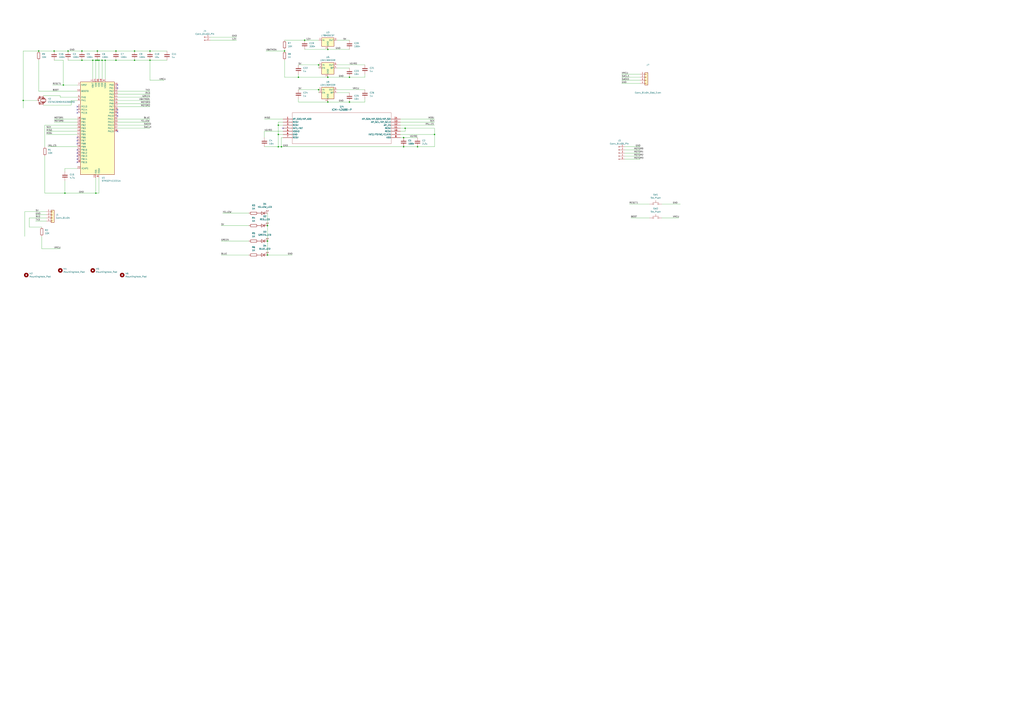
<source format=kicad_sch>
(kicad_sch (version 20231120) (generator "eeschema") (generator_version "8.0")
  (paper "A1")
  (lib_symbols
    (symbol "Conn_01x02_Pin_1" (pin_names (offset 1.016) hide)
      (property "Reference" "J4" (at 0.635 5.08 0))
      (property "Value" "Conn_01x02_Pin" (at 0.635 2.54 0))
      (symbol "Conn_01x02_Pin_1_1_1"
        (polyline (pts (xy 1.27 -2.54) (xy 0.8636 -2.54)) (stroke (width 0.1524)))
        (polyline (pts (xy 1.27 0) (xy 0.8636 0)) (stroke (width 0.1524)))
        (rectangle (start 0.8636 -2.413) (end 0 -2.667) (stroke (width 0.1524)) (fill (type outline)))
        (rectangle (start 0.8636 0.127) (end 0 -0.127) (stroke (width 0.1524)) (fill (type outline)))
        (pin power_out line (at 5.08 0 180) (length 3.81) (name "Pin_1") (number "1"))
        (pin power_out line (at 5.08 -2.54 180) (length 3.81) (name "Pin_2") (number "2"))
      )
    )
    (symbol "Connector:Conn_01x05_Pin" (pin_names (offset 1.016) hide)
      (property "Reference" "J" (at 0 7.62 0))
      (property "Value" "Conn_01x05_Pin" (at 0 -7.62 0))
      (symbol "Conn_01x05_Pin_1_1"
        (polyline (pts (xy 1.27 -5.08) (xy 0.8636 -5.08)) (stroke (width 0.1524)))
        (polyline (pts (xy 1.27 -2.54) (xy 0.8636 -2.54)) (stroke (width 0.1524)))
        (polyline (pts (xy 1.27 0) (xy 0.8636 0)) (stroke (width 0.1524)))
        (polyline (pts (xy 1.27 2.54) (xy 0.8636 2.54)) (stroke (width 0.1524)))
        (polyline (pts (xy 1.27 5.08) (xy 0.8636 5.08)) (stroke (width 0.1524)))
        (rectangle (start 0.8636 -4.953) (end 0 -5.207) (stroke (width 0.1524)) (fill (type outline)))
        (rectangle (start 0.8636 -2.413) (end 0 -2.667) (stroke (width 0.1524)) (fill (type outline)))
        (rectangle (start 0.8636 0.127) (end 0 -0.127) (stroke (width 0.1524)) (fill (type outline)))
        (rectangle (start 0.8636 2.667) (end 0 2.413) (stroke (width 0.1524)) (fill (type outline)))
        (rectangle (start 0.8636 5.207) (end 0 4.953) (stroke (width 0.1524)) (fill (type outline)))
        (pin passive line (at 5.08 5.08 180) (length 3.81) (name "Pin_1") (number "1"))
        (pin passive line (at 5.08 2.54 180) (length 3.81) (name "Pin_2") (number "2"))
        (pin passive line (at 5.08 0 180) (length 3.81) (name "Pin_3") (number "3"))
        (pin passive line (at 5.08 -2.54 180) (length 3.81) (name "Pin_4") (number "4"))
        (pin passive line (at 5.08 -5.08 180) (length 3.81) (name "Pin_5") (number "5"))
      )
    )
    (symbol "Connector_Generic:Conn_01x04" (pin_names (offset 1.016) hide)
      (property "Reference" "J" (at 0 5.08 0))
      (property "Value" "Conn_01x04" (at 0 -7.62 0))
      (symbol "Conn_01x04_1_1"
        (rectangle (start -1.27 -4.953) (end 0 -5.207) (stroke (width 0.1524)))
        (rectangle (start -1.27 -2.413) (end 0 -2.667) (stroke (width 0.1524)))
        (rectangle (start -1.27 0.127) (end 0 -0.127) (stroke (width 0.1524)))
        (rectangle (start -1.27 2.667) (end 0 2.413) (stroke (width 0.1524)))
        (rectangle (start -1.27 3.81) (end 1.27 -6.35) (stroke (width 0.254)) (fill (type background)))
        (pin passive line (at -5.08 2.54 0) (length 3.81) (name "Pin_1") (number "1"))
        (pin passive line (at -5.08 0 0) (length 3.81) (name "Pin_2") (number "2"))
        (pin passive line (at -5.08 -2.54 0) (length 3.81) (name "Pin_3") (number "3"))
        (pin passive line (at -5.08 -5.08 0) (length 3.81) (name "Pin_4") (number "4"))
      )
    )
    (symbol "Device:C" (pin_numbers hide) (pin_names (offset 0.254))
      (property "Reference" "C" (at 0.635 2.54 0))
      (property "Value" "C" (at 0.635 -2.54 0))
      (symbol "C_0_1"
        (polyline (pts (xy -2.032 -0.762) (xy 2.032 -0.762)) (stroke (width 0.508)))
        (polyline (pts (xy -2.032 0.762) (xy 2.032 0.762)) (stroke (width 0.508)))
      )
      (symbol "C_1_1"
        (pin passive line (at 0 3.81 270) (length 2.794) (name "~") (number "1"))
        (pin passive line (at 0 -3.81 90) (length 2.794) (name "~") (number "2"))
      )
    )
    (symbol "Device:LED" (pin_numbers hide) (pin_names (offset 1.016) hide)
      (property "Reference" "D" (at 0 2.54 0))
      (property "Value" "LED" (at 0 -2.54 0))
      (symbol "LED_0_1"
        (polyline (pts (xy -1.27 -1.27) (xy -1.27 1.27)) (stroke (width 0.254)))
        (polyline (pts (xy -1.27 0) (xy 1.27 0)))
        (polyline (pts (xy 1.27 -1.27) (xy 1.27 1.27) (xy -1.27 0) (xy 1.27 -1.27)) (stroke (width 0.254)))
        (polyline (pts (xy -3.048 -0.762) (xy -4.572 -2.286) (xy -3.81 -2.286) (xy -4.572 -2.286) (xy -4.572 -1.524)))
        (polyline (pts (xy -1.778 -0.762) (xy -3.302 -2.286) (xy -2.54 -2.286) (xy -3.302 -2.286) (xy -3.302 -1.524)))
      )
      (symbol "LED_1_1"
        (pin passive line (at -3.81 0 0) (length 2.54) (name "K") (number "1"))
        (pin passive line (at 3.81 0 180) (length 2.54) (name "A") (number "2"))
      )
    )
    (symbol "Device:R" (pin_numbers hide) (pin_names (offset 0))
      (property "Reference" "R" (at 2.032 0 90))
      (property "Value" "R" (at 0 0 90))
      (symbol "R_0_1"
        (rectangle (start -1.016 -2.54) (end 1.016 2.54) (stroke (width 0.254)))
      )
      (symbol "R_1_1"
        (pin passive line (at 0 3.81 270) (length 1.27) (name "~") (number "1"))
        (pin passive line (at 0 -3.81 90) (length 1.27) (name "~") (number "2"))
      )
    )
    (symbol "Device:Resonator" (pin_names (offset 1.016) hide)
      (property "Reference" "Y" (at 0 5.715 0))
      (property "Value" "Resonator" (at 0 3.81 0))
      (symbol "Resonator_0_1"
        (rectangle (start -3.429 -3.175) (end -1.397 -3.429) (fill (type outline)))
        (rectangle (start -3.429 -2.413) (end -1.397 -2.667) (fill (type outline)))
        (circle (center -2.413 0) (radius 0.254) (fill (type outline)))
        (rectangle (start -1.016 2.032) (end 1.016 -2.032) (stroke (width 0.3048)))
        (circle (center 0 -3.81) (radius 0.254) (fill (type outline)))
        (polyline (pts (xy -2.413 -2.413) (xy -2.413 0)))
        (polyline (pts (xy -1.905 0) (xy -3.175 0)))
        (polyline (pts (xy -1.778 -1.27) (xy -1.778 1.27)) (stroke (width 0.508)))
        (polyline (pts (xy 1.778 -1.27) (xy 1.778 1.27)) (stroke (width 0.508)))
        (polyline (pts (xy 1.905 0) (xy 2.54 0)))
        (polyline (pts (xy 2.413 0) (xy 2.413 -2.54)))
        (polyline (pts (xy 2.413 -3.302) (xy 2.413 -3.81) (xy -2.413 -3.81) (xy -2.413 -3.302)))
        (rectangle (start 1.397 -3.175) (end 3.429 -3.429) (fill (type outline)))
        (rectangle (start 1.397 -2.413) (end 3.429 -2.667) (fill (type outline)))
        (circle (center 2.413 0) (radius 0.254) (fill (type outline)))
      )
      (symbol "Resonator_1_1"
        (pin passive line (at -3.81 0 0) (length 1.27) (name "1") (number "1"))
        (pin passive line (at 0 -5.08 90) (length 1.27) (name "2") (number "2"))
        (pin passive line (at 3.81 0 180) (length 1.27) (name "3") (number "3"))
      )
    )
    (symbol "ICM42688P:ICM-42688-P" (pin_names (offset 0.254))
      (property "Reference" "U4" (at 48.26 10.16 0))
      (property "Value" "ICM-42688-P" (at 48.26 7.62 0))
      (symbol "ICM-42688-P_0_1"
        (polyline (pts (xy 7.62 -20.32) (xy 88.9 -20.32)) (stroke (width 0.127)))
        (polyline (pts (xy 7.62 5.08) (xy 7.62 -20.32)) (stroke (width 0.127)))
        (polyline (pts (xy 88.9 -20.32) (xy 88.9 5.08)) (stroke (width 0.127)))
        (polyline (pts (xy 88.9 5.08) (xy 7.62 5.08)) (stroke (width 0.127)))
        (pin bidirectional line (at 0 -7.62 0) (length 7.62) (name "INT1/INT") (number "4"))
        (pin power_in line (at 0 -10.16 0) (length 7.62) (name "VDDIO") (number "5"))
        (pin power_in line (at 96.52 -15.24 180) (length 7.62) (name "VDD") (number "8"))
        (pin bidirectional line (at 96.52 -12.7 180) (length 7.62) (name "INT2/FSYNC/CLKIN") (number "9"))
      )
      (symbol "ICM-42688-P_1_1"
        (pin output line (at 0 0 0) (length 7.62) (name "AP_SDO/AP_AD0") (number "1"))
        (pin power_in line (at 96.52 -10.16 180) (length 7.62) (name "RESV") (number "10"))
        (pin power_in line (at 96.52 -7.62 180) (length 7.62) (name "RESV") (number "11"))
        (pin input line (at 96.52 -5.08 180) (length 7.62) (name "AP_CS") (number "12"))
        (pin output line (at 96.52 -2.54 180) (length 7.62) (name "AP_SCL/AP_SCLK") (number "13"))
        (pin input line (at 96.52 0 180) (length 7.62) (name "AP_SDA/AP_SDIO/AP_SDI") (number "14"))
        (pin power_in line (at 0 -2.54 0) (length 7.62) (name "RESV") (number "2"))
        (pin power_in line (at 0 -5.08 0) (length 7.62) (name "RESV") (number "3"))
        (pin power_in line (at 0 -12.7 0) (length 7.62) (name "GND") (number "6"))
        (pin power_in line (at 0 -15.24 0) (length 7.62) (name "RESV") (number "7"))
      )
    )
    (symbol "MCU_ST_STM32F4:STM32F411CEUx"
      (property "Reference" "U" (at -12.7 39.37 0))
      (property "Value" "STM32F411CEUx" (at 10.16 39.37 0))
      (symbol "STM32F411CEUx_0_1"
        (rectangle (start -12.7 -38.1) (end 15.24 38.1) (stroke (width 0.254)) (fill (type background)))
      )
      (symbol "STM32F411CEUx_1_1"
        (pin power_in line (at -2.54 40.64 270) (length 2.54) (name "VBAT") (number "1"))
        (pin bidirectional line (at 17.78 35.56 180) (length 2.54) (name "PA0") (number "10"))
        (pin bidirectional line (at 17.78 33.02 180) (length 2.54) (name "PA1") (number "11"))
        (pin bidirectional line (at 17.78 30.48 180) (length 2.54) (name "PA2") (number "12"))
        (pin bidirectional line (at 17.78 27.94 180) (length 2.54) (name "PA3") (number "13"))
        (pin bidirectional line (at 17.78 25.4 180) (length 2.54) (name "PA4") (number "14"))
        (pin bidirectional line (at 17.78 22.86 180) (length 2.54) (name "PA5") (number "15"))
        (pin bidirectional line (at 17.78 20.32 180) (length 2.54) (name "PA6") (number "16"))
        (pin bidirectional line (at 17.78 17.78 180) (length 2.54) (name "PA7") (number "17"))
        (pin bidirectional line (at -15.24 7.62 0) (length 2.54) (name "PB0") (number "18"))
        (pin bidirectional line (at -15.24 5.08 0) (length 2.54) (name "PB1") (number "19"))
        (pin bidirectional line (at -15.24 17.78 0) (length 2.54) (name "PC13") (number "2"))
        (pin bidirectional line (at -15.24 2.54 0) (length 2.54) (name "PB2") (number "20"))
        (pin bidirectional line (at -15.24 -17.78 0) (length 2.54) (name "PB10") (number "21"))
        (pin power_out line (at -15.24 -33.02 0) (length 2.54) (name "VCAP1") (number "22"))
        (pin power_in line (at 0 -40.64 90) (length 2.54) (name "VSS") (number "23"))
        (pin power_in line (at 0 40.64 270) (length 2.54) (name "VDD") (number "24"))
        (pin bidirectional line (at -15.24 -20.32 0) (length 2.54) (name "PB12") (number "25"))
        (pin bidirectional line (at -15.24 -22.86 0) (length 2.54) (name "PB13") (number "26"))
        (pin bidirectional line (at -15.24 -25.4 0) (length 2.54) (name "PB14") (number "27"))
        (pin bidirectional line (at -15.24 -27.94 0) (length 2.54) (name "PB15") (number "28"))
        (pin bidirectional line (at 17.78 15.24 180) (length 2.54) (name "PA8") (number "29"))
        (pin bidirectional line (at -15.24 15.24 0) (length 2.54) (name "PC14") (number "3"))
        (pin bidirectional line (at 17.78 12.7 180) (length 2.54) (name "PA9") (number "30"))
        (pin bidirectional line (at 17.78 10.16 180) (length 2.54) (name "PA10") (number "31"))
        (pin bidirectional line (at 17.78 7.62 180) (length 2.54) (name "PA11") (number "32"))
        (pin bidirectional line (at 17.78 5.08 180) (length 2.54) (name "PA12") (number "33"))
        (pin bidirectional line (at 17.78 2.54 180) (length 2.54) (name "PA13") (number "34"))
        (pin passive line (at 0 -40.64 90) (length 2.54) hide (name "VSS") (number "35"))
        (pin power_in line (at 2.54 40.64 270) (length 2.54) (name "VDD") (number "36"))
        (pin bidirectional line (at 17.78 0 180) (length 2.54) (name "PA14") (number "37"))
        (pin bidirectional line (at 17.78 -2.54 180) (length 2.54) (name "PA15") (number "38"))
        (pin bidirectional line (at -15.24 0 0) (length 2.54) (name "PB3") (number "39"))
        (pin bidirectional line (at -15.24 12.7 0) (length 2.54) (name "PC15") (number "4"))
        (pin bidirectional line (at -15.24 -2.54 0) (length 2.54) (name "PB4") (number "40"))
        (pin bidirectional line (at -15.24 -5.08 0) (length 2.54) (name "PB5") (number "41"))
        (pin bidirectional line (at -15.24 -7.62 0) (length 2.54) (name "PB6") (number "42"))
        (pin bidirectional line (at -15.24 -10.16 0) (length 2.54) (name "PB7") (number "43"))
        (pin input line (at -15.24 30.48 0) (length 2.54) (name "BOOT0") (number "44"))
        (pin bidirectional line (at -15.24 -12.7 0) (length 2.54) (name "PB8") (number "45"))
        (pin bidirectional line (at -15.24 -15.24 0) (length 2.54) (name "PB9") (number "46"))
        (pin passive line (at 0 -40.64 90) (length 2.54) hide (name "VSS") (number "47"))
        (pin power_in line (at 5.08 40.64 270) (length 2.54) (name "VDD") (number "48"))
        (pin passive line (at 0 -40.64 90) (length 2.54) hide (name "VSS") (number "49"))
        (pin bidirectional line (at -15.24 25.4 0) (length 2.54) (name "PH0") (number "5"))
        (pin bidirectional line (at -15.24 22.86 0) (length 2.54) (name "PH1") (number "6"))
        (pin input line (at -15.24 35.56 0) (length 2.54) (name "NRST") (number "7"))
        (pin power_in line (at 2.54 -40.64 90) (length 2.54) (name "VSSA") (number "8"))
        (pin power_in line (at 7.62 40.64 270) (length 2.54) (name "VDDA") (number "9"))
      )
    )
    (symbol "Mechanical:MountingHole" (pin_names (offset 1.016)) (exclude_from_sim yes) (in_bom no)
      (property "Reference" "H" (at 0 5.08 0))
      (property "Value" "MountingHole" (at 0 3.175 0))
      (symbol "MountingHole_0_1"
        (circle (center 0 0) (radius 1.27) (stroke (width 1.27)))
      )
    )
    (symbol "Regulator_Linear:L7805" (pin_names (offset 0.254))
      (property "Reference" "U" (at -3.81 3.175 0))
      (property "Value" "L7805" (at 0 3.175 0))
      (symbol "L7805_0_1"
        (rectangle (start -5.08 1.905) (end 5.08 -5.08) (stroke (width 0.254)) (fill (type background)))
      )
      (symbol "L7805_1_1"
        (pin power_in line (at -7.62 0 0) (length 2.54) (name "IN") (number "1"))
        (pin power_in line (at 0 -7.62 90) (length 2.54) (name "GND") (number "2"))
        (pin power_out line (at 7.62 0 180) (length 2.54) (name "OUT") (number "3"))
      )
    )
    (symbol "Regulator_Linear:LDK130-33_SOT23_SOT353" (pin_names (offset 0.254))
      (property "Reference" "U" (at -3.81 5.715 0))
      (property "Value" "LDK130-33_SOT23_SOT353" (at 0 5.715 0))
      (symbol "LDK130-33_SOT23_SOT353_0_1"
        (rectangle (start -5.08 4.445) (end 5.08 -5.08) (stroke (width 0.254)) (fill (type background)))
      )
      (symbol "LDK130-33_SOT23_SOT353_1_1"
        (pin power_in line (at -7.62 2.54 0) (length 2.54) (name "IN") (number "1"))
        (pin power_in line (at 0 -7.62 90) (length 2.54) (name "GND") (number "2"))
        (pin input line (at -7.62 0 0) (length 2.54) (name "EN") (number "3"))
        (pin passive line (at 7.62 0 180) (length 2.54) (name "BP") (number "4"))
        (pin power_out line (at 7.62 2.54 180) (length 2.54) (name "OUT") (number "5"))
      )
    )
    (symbol "Switch:SW_Push" (pin_numbers hide) (pin_names (offset 1.016) hide)
      (property "Reference" "SW" (at 1.27 2.54 0))
      (property "Value" "SW_Push" (at 0 -1.524 0))
      (symbol "SW_Push_0_1"
        (circle (center -2.032 0) (radius 0.508))
        (polyline (pts (xy 0 1.27) (xy 0 3.048)))
        (polyline (pts (xy 2.54 1.27) (xy -2.54 1.27)))
        (circle (center 2.032 0) (radius 0.508))
        (pin passive line (at -5.08 0 0) (length 2.54) (name "1") (number "1"))
        (pin passive line (at 5.08 0 180) (length 2.54) (name "2") (number "2"))
      )
    )
  )
  (junction (at 228.6 120.65))
  (junction (at 332.74 105.41))
  (junction (at 110.49 49.53))
  (junction (at 19.05 82.55))
  (junction (at 245.11 63.5))
  (junction (at 67.31 49.53))
  (junction (at 228.6 102.87))
  (junction (at 261.62 73.66))
  (junction (at 95.25 41.91))
  (junction (at 287.02 83.82))
  (junction (at 219.71 198.12))
  (junction (at 123.19 49.53))
  (junction (at 55.88 41.91))
  (junction (at 342.9 120.65))
  (junction (at 67.31 41.91))
  (junction (at 78.74 49.53))
  (junction (at 95.25 49.53))
  (junction (at 80.01 41.91))
  (junction (at 250.19 33.02))
  (junction (at 123.19 41.91))
  (junction (at 356.87 110.49))
  (junction (at 228.6 110.49))
  (junction (at 31.75 41.91))
  (junction (at 269.24 40.64))
  (junction (at 53.34 158.75))
  (junction (at 219.71 209.55))
  (junction (at 269.24 63.5))
  (junction (at 331.47 113.03))
  (junction (at 110.49 41.91))
  (junction (at 83.82 49.53))
  (junction (at 52.07 69.85))
  (junction (at 231.14 120.65))
  (junction (at 287.02 63.5))
  (junction (at 233.68 41.91))
  (junction (at 331.47 120.65))
  (junction (at 78.74 158.75))
  (junction (at 86.36 49.53))
  (junction (at 81.28 49.53))
  (junction (at 261.62 53.34))
  (junction (at 80.01 49.53))
  (junction (at 76.2 49.53))
  (junction (at 219.71 185.42))
  (junction (at 44.45 41.91))
  (junction (at 269.24 83.82))
  (no_connect (at 63.5 125.73))
  (no_connect (at 63.5 118.11))
  (no_connect (at 63.5 87.63))
  (no_connect (at 232.41 105.41))
  (no_connect (at 63.5 92.71))
  (no_connect (at 63.5 128.27))
  (no_connect (at 96.52 107.95))
  (no_connect (at 96.52 90.17))
  (no_connect (at 96.52 92.71))
  (no_connect (at 63.5 123.19))
  (no_connect (at 63.5 130.81))
  (no_connect (at 63.5 133.35))
  (no_connect (at 63.5 115.57))
  (no_connect (at 96.52 72.39))
  (no_connect (at 63.5 113.03))
  (no_connect (at 63.5 90.17))
  (no_connect (at 96.52 95.25))
  (no_connect (at 96.52 69.85))
  (wire (pts (xy 219.71 198.12) (xy 219.71 209.55)))
  (wire (pts (xy 228.6 102.87) (xy 232.41 102.87)))
  (wire (pts (xy 24.13 186.69) (xy 24.13 179.07)))
  (wire (pts (xy 31.75 74.93) (xy 31.75 49.53)))
  (wire (pts (xy 217.17 107.95) (xy 217.17 113.03)))
  (wire (pts (xy 35.56 86.36) (xy 58.42 86.36)))
  (wire (pts (xy 20.32 194.31) (xy 20.32 173.99)))
  (wire (pts (xy 228.6 110.49) (xy 228.6 120.65)))
  (wire (pts (xy 331.47 113.03) (xy 342.9 113.03)))
  (wire (pts (xy 36.83 102.87) (xy 63.5 102.87)))
  (wire (pts (xy 356.87 110.49) (xy 356.87 120.65)))
  (wire (pts (xy 228.6 110.49) (xy 228.6 102.87)))
  (wire (pts (xy 123.19 49.53) (xy 137.16 49.53)))
  (wire (pts (xy 55.88 49.53) (xy 67.31 49.53)))
  (wire (pts (xy 356.87 120.65) (xy 342.9 120.65)))
  (wire (pts (xy 78.74 49.53) (xy 80.01 49.53)))
  (wire (pts (xy 287.02 83.82) (xy 299.72 83.82)))
  (wire (pts (xy 276.86 73.66) (xy 299.72 73.66)))
  (wire (pts (xy 261.62 53.34) (xy 261.62 55.88)))
  (wire (pts (xy 513.08 130.81) (xy 525.78 130.81)))
  (wire (pts (xy 513.08 125.73) (xy 525.78 125.73)))
  (wire (pts (xy 44.45 41.91) (xy 55.88 41.91)))
  (wire (pts (xy 96.52 87.63) (xy 123.19 87.63)))
  (wire (pts (xy 53.34 138.43) (xy 53.34 140.97)))
  (wire (pts (xy 67.31 49.53) (xy 76.2 49.53)))
  (wire (pts (xy 250.19 40.64) (xy 269.24 40.64)))
  (wire (pts (xy 181.61 185.42) (xy 204.47 185.42)))
  (wire (pts (xy 44.45 100.33) (xy 63.5 100.33)))
  (wire (pts (xy 513.08 128.27) (xy 525.78 128.27)))
  (wire (pts (xy 232.41 110.49) (xy 228.6 110.49)))
  (wire (pts (xy 276.86 33.02) (xy 287.02 33.02)))
  (wire (pts (xy 95.25 41.91) (xy 110.49 41.91)))
  (wire (pts (xy 332.74 105.41) (xy 356.87 105.41)))
  (wire (pts (xy 110.49 41.91) (xy 123.19 41.91)))
  (wire (pts (xy 276.86 53.34) (xy 299.72 53.34)))
  (wire (pts (xy 19.05 41.91) (xy 31.75 41.91)))
  (wire (pts (xy 510.54 68.58) (xy 525.78 68.58)))
  (wire (pts (xy 80.01 41.91) (xy 95.25 41.91)))
  (wire (pts (xy 233.68 49.53) (xy 233.68 63.5)))
  (wire (pts (xy 38.1 110.49) (xy 63.5 110.49)))
  (wire (pts (xy 19.05 41.91) (xy 19.05 82.55)))
  (wire (pts (xy 232.41 100.33) (xy 228.6 100.33)))
  (wire (pts (xy 67.31 41.91) (xy 80.01 41.91)))
  (wire (pts (xy 96.52 82.55) (xy 123.19 82.55)))
  (wire (pts (xy 34.29 186.69) (xy 24.13 186.69)))
  (wire (pts (xy 78.74 158.75) (xy 78.74 146.05)))
  (wire (pts (xy 328.93 97.79) (xy 356.87 97.79)))
  (wire (pts (xy 36.83 128.27) (xy 36.83 158.75)))
  (wire (pts (xy 49.53 78.74) (xy 49.53 80.01)))
  (wire (pts (xy 245.11 53.34) (xy 261.62 53.34)))
  (wire (pts (xy 328.93 102.87) (xy 356.87 102.87)))
  (wire (pts (xy 516.89 167.64) (xy 533.4 167.64)))
  (wire (pts (xy 172.72 33.02) (xy 194.31 33.02)))
  (wire (pts (xy 96.52 100.33) (xy 123.19 100.33)))
  (wire (pts (xy 513.08 123.19) (xy 525.78 123.19)))
  (wire (pts (xy 43.18 69.85) (xy 52.07 69.85)))
  (wire (pts (xy 172.72 30.48) (xy 194.31 30.48)))
  (wire (pts (xy 96.52 85.09) (xy 123.19 85.09)))
  (wire (pts (xy 328.93 100.33) (xy 356.87 100.33)))
  (wire (pts (xy 83.82 49.53) (xy 86.36 49.53)))
  (wire (pts (xy 55.88 41.91) (xy 67.31 41.91)))
  (wire (pts (xy 63.5 80.01) (xy 49.53 80.01)))
  (wire (pts (xy 29.21 176.53) (xy 38.1 176.53)))
  (wire (pts (xy 38.1 107.95) (xy 63.5 107.95)))
  (wire (pts (xy 219.71 175.26) (xy 219.71 185.42)))
  (wire (pts (xy 49.53 78.74) (xy 35.56 78.74)))
  (wire (pts (xy 20.32 173.99) (xy 38.1 173.99)))
  (wire (pts (xy 96.52 74.93) (xy 123.19 74.93)))
  (wire (pts (xy 96.52 105.41) (xy 123.19 105.41)))
  (wire (pts (xy 245.11 63.5) (xy 269.24 63.5)))
  (wire (pts (xy 36.83 158.75) (xy 53.34 158.75)))
  (wire (pts (xy 233.68 33.02) (xy 250.19 33.02)))
  (wire (pts (xy 510.54 60.96) (xy 525.78 60.96)))
  (wire (pts (xy 233.68 63.5) (xy 245.11 63.5)))
  (wire (pts (xy 31.75 41.91) (xy 44.45 41.91)))
  (wire (pts (xy 299.72 63.5) (xy 299.72 60.96)))
  (wire (pts (xy 217.17 97.79) (xy 232.41 97.79)))
  (wire (pts (xy 38.1 105.41) (xy 63.5 105.41)))
  (wire (pts (xy 76.2 49.53) (xy 76.2 64.77)))
  (wire (pts (xy 31.75 74.93) (xy 63.5 74.93)))
  (wire (pts (xy 250.19 33.02) (xy 261.62 33.02)))
  (wire (pts (xy 217.17 120.65) (xy 228.6 120.65)))
  (wire (pts (xy 218.44 41.91) (xy 233.68 41.91)))
  (wire (pts (xy 123.19 41.91) (xy 137.16 41.91)))
  (wire (pts (xy 543.56 167.64) (xy 558.8 167.64)))
  (wire (pts (xy 261.62 73.66) (xy 261.62 76.2)))
  (wire (pts (xy 231.14 113.03) (xy 231.14 120.65)))
  (wire (pts (xy 510.54 63.5) (xy 525.78 63.5)))
  (wire (pts (xy 86.36 64.77) (xy 86.36 49.53)))
  (wire (pts (xy 34.29 194.31) (xy 34.29 204.47)))
  (wire (pts (xy 219.71 209.55) (xy 240.03 209.55)))
  (wire (pts (xy 86.36 49.53) (xy 95.25 49.53)))
  (wire (pts (xy 518.16 179.07) (xy 533.4 179.07)))
  (wire (pts (xy 245.11 83.82) (xy 269.24 83.82)))
  (wire (pts (xy 543.56 179.07) (xy 557.53 179.07)))
  (wire (pts (xy 96.52 102.87) (xy 123.19 102.87)))
  (wire (pts (xy 328.93 110.49) (xy 356.87 110.49)))
  (wire (pts (xy 328.93 107.95) (xy 332.74 107.95)))
  (wire (pts (xy 233.68 40.64) (xy 233.68 41.91)))
  (wire (pts (xy 231.14 120.65) (xy 331.47 120.65)))
  (wire (pts (xy 228.6 100.33) (xy 228.6 102.87)))
  (wire (pts (xy 96.52 97.79) (xy 123.19 97.79)))
  (wire (pts (xy 58.42 82.55) (xy 63.5 82.55)))
  (wire (pts (xy 53.34 158.75) (xy 78.74 158.75)))
  (wire (pts (xy 232.41 107.95) (xy 217.17 107.95)))
  (wire (pts (xy 44.45 49.53) (xy 52.07 49.53)))
  (wire (pts (xy 245.11 73.66) (xy 261.62 73.66)))
  (wire (pts (xy 29.21 181.61) (xy 38.1 181.61)))
  (wire (pts (xy 96.52 80.01) (xy 123.19 80.01)))
  (wire (pts (xy 83.82 49.53) (xy 83.82 64.77)))
  (wire (pts (xy 78.74 49.53) (xy 78.74 64.77)))
  (wire (pts (xy 123.19 66.04) (xy 134.62 66.04)))
  (wire (pts (xy 44.45 97.79) (xy 63.5 97.79)))
  (wire (pts (xy 19.05 82.55) (xy 30.48 82.55)))
  (wire (pts (xy 269.24 83.82) (xy 287.02 83.82)))
  (wire (pts (xy 110.49 49.53) (xy 123.19 49.53)))
  (wire (pts (xy 299.72 83.82) (xy 299.72 81.28)))
  (wire (pts (xy 181.61 198.12) (xy 204.47 198.12)))
  (wire (pts (xy 58.42 86.36) (xy 58.42 82.55)))
  (wire (pts (xy 276.86 55.88) (xy 287.02 55.88)))
  (wire (pts (xy 24.13 179.07) (xy 38.1 179.07)))
  (wire (pts (xy 181.61 209.55) (xy 204.47 209.55)))
  (wire (pts (xy 63.5 138.43) (xy 53.34 138.43)))
  (wire (pts (xy 269.24 40.64) (xy 287.02 40.64)))
  (wire (pts (xy 219.71 185.42) (xy 219.71 198.12)))
  (wire (pts (xy 80.01 49.53) (xy 81.28 49.53)))
  (wire (pts (xy 19.05 82.55) (xy 19.05 88.9)))
  (wire (pts (xy 232.41 113.03) (xy 231.14 113.03)))
  (wire (pts (xy 81.28 49.53) (xy 83.82 49.53)))
  (wire (pts (xy 269.24 63.5) (xy 287.02 63.5)))
  (wire (pts (xy 81.28 146.05) (xy 81.28 158.75)))
  (wire (pts (xy 39.37 120.65) (xy 63.5 120.65)))
  (wire (pts (xy 332.74 107.95) (xy 332.74 105.41)))
  (wire (pts (xy 276.86 76.2) (xy 287.02 76.2)))
  (wire (pts (xy 95.25 49.53) (xy 110.49 49.53)))
  (wire (pts (xy 76.2 49.53) (xy 78.74 49.53)))
  (wire (pts (xy 34.29 204.47) (xy 49.53 204.47)))
  (wire (pts (xy 328.93 105.41) (xy 332.74 105.41)))
  (wire (pts (xy 245.11 60.96) (xy 245.11 63.5)))
  (wire (pts (xy 52.07 49.53) (xy 52.07 69.85)))
  (wire (pts (xy 182.88 175.26) (xy 204.47 175.26)))
  (wire (pts (xy 331.47 120.65) (xy 342.9 120.65)))
  (wire (pts (xy 287.02 63.5) (xy 299.72 63.5)))
  (wire (pts (xy 123.19 49.53) (xy 123.19 66.04)))
  (wire (pts (xy 328.93 113.03) (xy 331.47 113.03)))
  (wire (pts (xy 356.87 105.41) (xy 356.87 110.49)))
  (wire (pts (xy 81.28 64.77) (xy 81.28 49.53)))
  (wire (pts (xy 81.28 158.75) (xy 78.74 158.75)))
  (wire (pts (xy 513.08 120.65) (xy 525.78 120.65)))
  (wire (pts (xy 53.34 148.59) (xy 53.34 158.75)))
  (wire (pts (xy 36.83 120.65) (xy 36.83 102.87)))
  (wire (pts (xy 228.6 120.65) (xy 231.14 120.65)))
  (wire (pts (xy 96.52 77.47) (xy 123.19 77.47)))
  (wire (pts (xy 510.54 66.04) (xy 525.78 66.04)))
  (wire (pts (xy 245.11 81.28) (xy 245.11 83.82)))
  (wire (pts (xy 52.07 69.85) (xy 63.5 69.85)))
  (label "MOTOR1" (at 520.7 125.73 0))
  (label "VBATMON" (at 114.3 82.55 0))
  (label "RX3" (at 119.38 77.47 0))
  (label "TX3" (at 29.21 181.61 0))
  (label "GND" (at 232.41 120.65 0))
  (label "VBATMON" (at 218.44 41.91 0))
  (label "5V" (at 245.11 53.34 0))
  (label "BLUE" (at 181.61 209.55 0))
  (label "MOTOR0" (at 520.7 123.19 0))
  (label "GND" (at 190.5 30.48 0))
  (label "BOOT" (at 43.18 74.93 0))
  (label "VGYRO" (at 336.55 113.03 0))
  (label "SCK" (at 38.1 105.41 0))
  (label "SWDIO" (at 510.54 66.04 0))
  (label "VGYRO" (at 217.17 107.95 0))
  (label "GND" (at 278.13 63.5 0))
  (label "GND" (at 510.54 68.58 0))
  (label "VGYRO" (at 287.02 53.34 0))
  (label "VMCU" (at 289.56 73.66 0))
  (label "VMCU" (at 44.45 204.47 0))
  (label "RESET1" (at 516.89 167.64 0))
  (label "SWCLK" (at 510.54 63.5 0))
  (label "12V" (at 190.5 33.02 0))
  (label "RESET1" (at 43.18 69.85 0))
  (label "IMU_CS" (at 39.37 120.65 0))
  (label "MOTOR1" (at 44.45 97.79 0))
  (label "12V" (at 251.46 33.02 0))
  (label "VMCU" (at 552.45 179.07 0))
  (label "SWCLK" (at 118.11 105.41 0))
  (label "GREEN" (at 181.61 198.12 0))
  (label "BOOT" (at 518.16 179.07 0))
  (label "BLUE" (at 118.11 97.79 0))
  (label "GND" (at 552.45 167.64 0))
  (label "MOTOR3" (at 520.7 130.81 0))
  (label "GND" (at 29.21 176.53 0))
  (label "SWDIO" (at 118.11 102.87 0))
  (label "YELLOW" (at 182.88 175.26 0))
  (label "MOSI" (at 38.1 110.49 0))
  (label "MOTOR2" (at 520.7 128.27 0))
  (label "5V" (at 181.61 185.42 0))
  (label "GREEN" (at 116.84 80.01 0))
  (label "TX3" (at 119.38 74.93 0))
  (label "GND" (at 236.22 209.55 0))
  (label "MISO" (at 217.17 97.79 0))
  (label "MOSI" (at 351.79 97.79 0))
  (label "YELLOW" (at 115.57 100.33 0))
  (label "5V" (at 281.94 33.02 0))
  (label "GND" (at 521.97 120.65 0))
  (label "GND" (at 64.77 158.75 0))
  (label "5V" (at 245.11 73.66 0))
  (label "MISO" (at 38.1 107.95 0))
  (label "SCK" (at 353.06 100.33 0))
  (label "MOTOR0" (at 44.45 100.33 0))
  (label "VMCU" (at 510.54 60.96 0))
  (label "GND" (at 278.13 83.82 0))
  (label "GND" (at 57.15 41.91 0))
  (label "VMCU" (at 130.81 66.04 0))
  (label "MOTOR2" (at 115.57 87.63 0))
  (label "5V" (at 29.21 173.99 0))
  (label "IMU_CS" (at 349.25 102.87 0))
  (label "RX3" (at 29.21 179.07 0))
  (label "MOTOR3" (at 115.57 85.09 0))
  (label "GND" (at 275.59 40.64 0))
  (symbol (lib_id "Mechanical:MountingHole") (at 49.53 222.25 0) (unit 1) (exclude_from_sim yes) (in_bom no)
    (property "Reference" "H4" (at 52.07 220.9799 0) (effects (justify left)))
    (property "Value" "MountingHole_Pad" (at 52.07 223.5199 0) (effects (justify left)))
    (property "Footprint" "MountingHole:MountingHole_4.3mm_M4_DIN965" (effects (hide yes)))
    (property "Description" "Mounting Hole without connection" (effects (hide yes)))
  )
  (symbol (lib_id "Device:LED") (at 215.9 175.26 180) (unit 1)
    (property "Reference" "D1" (at 217.4875 167.64 0))
    (property "Value" "YELLOW_LED" (at 217.4875 170.18 0))
    (property "Footprint" "LED_SMD:LED_0603_1608Metric" (effects (hide yes)))
  )
  (symbol (lib_id "Device:C") (at 331.47 116.84 180) (unit 1)
    (property "Reference" "C1" (at 335.28 115.5699 0) (effects (justify right)))
    (property "Value" "100n" (at 335.28 118.1099 0) (effects (justify right)))
    (property "Footprint" "Capacitor_SMD:C_0603_1608Metric" (effects (hide yes)))
  )
  (symbol (lib_id "Device:C") (at 245.11 57.15 0) (unit 1)
    (property "Reference" "C22" (at 248.92 55.8799 0) (effects (justify left)))
    (property "Value" "1u" (at 248.92 58.4199 0) (effects (justify left)))
    (property "Footprint" "Capacitor_SMD:C_0805_2012Metric" (effects (hide yes)))
  )
  (symbol (lib_id "Connector:Conn_01x05_Pin") (at 508 125.73 0) (unit 1)
    (property "Reference" "J3" (at 508.635 115.57 0))
    (property "Value" "Conn_01x05_Pin" (at 508.635 118.11 0))
    (property "Footprint" "Connector_JST:JST_XH_B5B-XH-A_1x05_P2.50mm_Vertical" (effects (hide yes)))
    (property "Description" "Generic connector, single row, 01x05, script generated" (effects (hide yes)))
  )
  (symbol (lib_id "Regulator_Linear:LDK130-33_SOT23_SOT353") (at 269.24 76.2 0) (unit 1)
    (property "Reference" "U6" (at 269.24 67.31 0))
    (property "Value" "LDK130M33R" (at 269.24 69.85 0))
    (property "Footprint" "Package_TO_SOT_SMD:SOT-23-5" (effects (hide yes)))
    (property "Datasheet" "http://www.st.com/content/ccc/resource/technical/document/datasheet/29/10/f7/87/2f/66/47/f4/DM00076097.pdf/files/DM00076097.pdf/jcr:content/translations/en.DM00076097.pdf" (effects (hide yes)))
    (property "Description" "300mA low dropout linear regulator, low quiescent current very, low noise, shutdown pin, 3.3V fixed positive output, SOT-23-5/SOT-353-5/SC-70-5" (effects (hide yes)))
  )
  (symbol (lib_id "Regulator_Linear:L7805") (at 269.24 33.02 0) (unit 1)
    (property "Reference" "U3" (at 269.24 26.67 0))
    (property "Value" "L78M05CDT" (at 269.24 29.21 0))
    (property "Footprint" "Package_TO_SOT_SMD:TO-252-2" (effects (hide yes)))
    (property "Datasheet" "http://www.st.com/content/ccc/resource/technical/document/datasheet/41/4f/b3/b0/12/d4/47/88/CD00000444.pdf/files/CD00000444.pdf/jcr:content/translations/en.CD00000444.pdf" (effects (hide yes)))
    (property "Description" "Positive 1.5A 35V Linear Regulator, Fixed Output 5V, TO-220/TO-263/TO-252" (effects (hide yes)))
  )
  (symbol (lib_id "Device:C") (at 287.02 59.69 180) (unit 1)
    (property "Reference" "C23" (at 290.83 58.4199 0) (effects (justify right)))
    (property "Value" "10n" (at 290.83 60.9599 0) (effects (justify right)))
    (property "Footprint" "Capacitor_SMD:C_0603_1608Metric" (effects (hide yes)))
  )
  (symbol (lib_id "Device:LED") (at 215.9 185.42 180) (unit 1)
    (property "Reference" "D2" (at 217.4875 177.8 0))
    (property "Value" "RED_LED" (at 217.4875 180.34 0))
    (property "Footprint" "LED_SMD:LED_0603_1608Metric" (effects (hide yes)))
  )
  (symbol (lib_id "Device:C") (at 67.31 45.72 180) (unit 1)
    (property "Reference" "C5" (at 71.12 44.4499 0) (effects (justify right)))
    (property "Value" "100n" (at 71.12 46.9899 0) (effects (justify right)))
    (property "Footprint" "Capacitor_SMD:C_0402_1005Metric" (effects (hide yes)))
  )
  (symbol (lib_id "Switch:SW_Push") (at 538.48 179.07 0) (unit 1)
    (property "Reference" "SW2" (at 538.48 171.45 0))
    (property "Value" "SW_Push" (at 538.48 173.99 0))
    (property "Footprint" "Button_Switch_THT:SW_PUSH_1P1T_6x3.5mm_H4.3_APEM_MJTP1243" (effects (hide yes)))
    (property "Description" "Push button switch, generic, two pins" (effects (hide yes)))
  )
  (symbol (lib_id "Device:R") (at 36.83 124.46 0) (unit 1)
    (property "Reference" "R1" (at 39.37 123.19 0) (effects (justify left)))
    (property "Value" "10K" (at 39.37 125.73 0) (effects (justify left)))
    (property "Footprint" "Resistor_SMD:R_0402_1005Metric" (effects (hide yes)))
  )
  (symbol (lib_id "Device:R") (at 208.28 175.26 90) (unit 1)
    (property "Reference" "R3" (at 208.28 168.91 90))
    (property "Value" "1K" (at 208.28 171.45 90))
    (property "Footprint" "Resistor_SMD:R_0402_1005Metric" (effects (hide yes)))
  )
  (symbol (lib_id "Device:R") (at 233.68 45.72 180) (unit 1)
    (property "Reference" "R8" (at 236.22 44.4499 0) (effects (justify right)))
    (property "Value" "1K" (at 236.22 46.9899 0) (effects (justify right)))
    (property "Footprint" "Resistor_SMD:R_0603_1608Metric" (effects (hide yes)))
  )
  (symbol (lib_id "Device:C") (at 123.19 45.72 0) (unit 1)
    (property "Reference" "C10" (at 127 44.4499 0) (effects (justify left)))
    (property "Value" "10u" (at 127 46.9899 0) (effects (justify left)))
    (property "Footprint" "Capacitor_SMD:C_1206_3216Metric" (effects (hide yes)))
  )
  (symbol (lib_id "Device:C") (at 137.16 45.72 0) (unit 1)
    (property "Reference" "C11" (at 140.97 44.4499 0) (effects (justify left)))
    (property "Value" "1u" (at 140.97 46.9899 0) (effects (justify left)))
    (property "Footprint" "Capacitor_SMD:C_0805_2012Metric" (effects (hide yes)))
  )
  (symbol (lib_id "Device:C") (at 110.49 45.72 180) (unit 1)
    (property "Reference" "C9" (at 114.3 44.4499 0) (effects (justify right)))
    (property "Value" "100n" (at 114.3 46.9899 0) (effects (justify right)))
    (property "Footprint" "Capacitor_SMD:C_0402_1005Metric" (effects (hide yes)))
  )
  (symbol (lib_id "Device:C") (at 299.72 77.47 0) (unit 1)
    (property "Reference" "C26" (at 303.53 76.1999 0) (effects (justify left)))
    (property "Value" "1u" (at 303.53 78.7399 0) (effects (justify left)))
    (property "Footprint" "Capacitor_SMD:C_0805_2012Metric" (effects (hide yes)))
  )
  (symbol (lib_id "MCU_ST_STM32F4:STM32F411CEUx") (at 78.74 105.41 0) (unit 1)
    (property "Reference" "U1" (at 83.4741 146.05 0) (effects (justify left)))
    (property "Value" "STM32F411CEUx" (at 83.4741 148.59 0) (effects (justify left)))
    (property "Footprint" "Package_DFN_QFN:QFN-48-1EP_7x7mm_P0.5mm_EP5.6x5.6mm" (effects (hide yes)))
    (property "Datasheet" "https://www.st.com/resource/en/datasheet/stm32f411ce.pdf" (effects (hide yes)))
    (property "Description" "STMicroelectronics Arm Cortex-M4 MCU, 512KB flash, 128KB RAM, 100 MHz, 1.7-3.6V, 36 GPIO, UFQFPN48" (effects (hide yes)))
  )
  (symbol (lib_id "Device:C") (at 80.01 45.72 180) (unit 1)
    (property "Reference" "C6" (at 83.82 44.4499 0) (effects (justify right)))
    (property "Value" "100n" (at 83.82 46.9899 0) (effects (justify right)))
    (property "Footprint" "Capacitor_SMD:C_0402_1005Metric" (effects (hide yes)))
  )
  (symbol (lib_id "Device:C") (at 287.02 36.83 180) (unit 1)
    (property "Reference" "C20" (at 290.83 35.5599 0) (effects (justify right)))
    (property "Value" "100n" (at 290.83 38.0999 0) (effects (justify right)))
    (property "Footprint" "Capacitor_SMD:C_0603_1608Metric" (effects (hide yes)))
  )
  (symbol (lib_id "Device:Resonator") (at 35.56 82.55 270) (unit 1)
    (property "Reference" "Y2" (at 39.37 81.2799 90) (effects (justify left)))
    (property "Value" "CSTNE20M0V53Z000R0" (at 39.37 83.8199 90) (effects (justify left)))
    (property "Footprint" "Crystal:Resonator_SMD_Murata_CSTxExxV-3Pin_3.0x1.1mm" (effects (hide yes)))
    (property "Description" "Three pin ceramic resonator" (effects (hide yes)))
  )
  (symbol (lib_id "Device:R") (at 233.68 36.83 0) (unit 1)
    (property "Reference" "R7" (at 236.22 35.56 0) (effects (justify left)))
    (property "Value" "10K" (at 236.22 38.1 0) (effects (justify left)))
    (property "Footprint" "Resistor_SMD:R_0603_1608Metric" (effects (hide yes)))
  )
  (symbol (lib_id "Device:LED") (at 215.9 198.12 180) (unit 1)
    (property "Reference" "D3" (at 217.4875 190.5 0))
    (property "Value" "GREEN_LED" (at 217.4875 193.04 0))
    (property "Footprint" "LED_SMD:LED_0603_1608Metric" (effects (hide yes)))
  )
  (symbol (lib_id "Device:C") (at 53.34 144.78 0) (unit 1)
    (property "Reference" "C15" (at 57.15 143.5099 0) (effects (justify left)))
    (property "Value" "4.7u" (at 57.15 146.0499 0) (effects (justify left)))
    (property "Footprint" "Capacitor_SMD:C_1206_3216Metric" (effects (hide yes)))
  )
  (symbol (lib_id "Mechanical:MountingHole") (at 76.2 222.25 0) (unit 1) (exclude_from_sim yes) (in_bom no)
    (property "Reference" "H5" (at 78.74 220.9799 0) (effects (justify left)))
    (property "Value" "MountingHole_Pad" (at 78.74 223.5199 0) (effects (justify left)))
    (property "Footprint" "MountingHole:MountingHole_4.3mm_M4_DIN965" (effects (hide yes)))
    (property "Description" "Mounting Hole without connection" (effects (hide yes)))
  )
  (symbol (lib_id "Device:R") (at 31.75 45.72 0) (unit 1)
    (property "Reference" "R9" (at 34.29 44.45 0) (effects (justify left)))
    (property "Value" "10K" (at 34.29 46.99 0) (effects (justify left)))
    (property "Footprint" "Resistor_SMD:R_0402_1005Metric" (effects (hide yes)))
  )
  (symbol (lib_id "Device:R") (at 208.28 209.55 90) (unit 1)
    (property "Reference" "R6" (at 208.28 203.2 90))
    (property "Value" "1K" (at 208.28 205.74 90))
    (property "Footprint" "Resistor_SMD:R_0402_1005Metric" (effects (hide yes)))
  )
  (symbol (lib_id "Device:C") (at 342.9 116.84 0) (unit 1)
    (property "Reference" "C2" (at 346.71 115.5699 0) (effects (justify left)))
    (property "Value" "2.2u" (at 346.71 118.1099 0) (effects (justify left)))
    (property "Footprint" "Capacitor_SMD:C_0805_2012Metric" (effects (hide yes)))
  )
  (symbol (lib_id "Regulator_Linear:LDK130-33_SOT23_SOT353") (at 269.24 55.88 0) (unit 1)
    (property "Reference" "U5" (at 269.24 46.99 0))
    (property "Value" "LDK130M33R" (at 269.24 49.53 0))
    (property "Footprint" "Package_TO_SOT_SMD:SOT-23-5" (effects (hide yes)))
    (property "Datasheet" "http://www.st.com/content/ccc/resource/technical/document/datasheet/29/10/f7/87/2f/66/47/f4/DM00076097.pdf/files/DM00076097.pdf/jcr:content/translations/en.DM00076097.pdf" (effects (hide yes)))
    (property "Description" "300mA low dropout linear regulator, low quiescent current very, low noise, shutdown pin, 3.3V fixed positive output, SOT-23-5/SOT-353-5/SC-70-5" (effects (hide yes)))
  )
  (symbol (lib_id "Connector_Generic:Conn_01x04") (at 43.18 176.53 0) (unit 1)
    (property "Reference" "J1" (at 45.72 176.53 0) (effects (justify left)))
    (property "Value" "Conn_01x04" (at 45.72 179.07 0) (effects (justify left)))
    (property "Footprint" "Connector_PinHeader_2.54mm:PinHeader_1x04_P2.54mm_Vertical" (effects (hide yes)))
  )
  (symbol (lib_id "Connector_Generic:Conn_01x04") (at 530.86 63.5 0) (unit 1)
    (property "Reference" "J7" (at 532.13 53.34 0))
    (property "Value" "Conn_01x04_Odd_Even" (at 532.13 76.2 0))
    (property "Footprint" "Connector_PinHeader_2.54mm:PinHeader_1x04_P2.54mm_Vertical" (effects (hide yes)))
    (property "Description" "Generic connector, single row, 01x04, script generated (kicad-library-utils/schlib/autogen/connector/)" (effects (hide yes)))
  )
  (symbol (lib_id "Mechanical:MountingHole") (at 100.33 226.06 0) (unit 1) (exclude_from_sim yes) (in_bom no)
    (property "Reference" "H6" (at 102.87 224.7899 0) (effects (justify left)))
    (property "Value" "MountingHole_Pad" (at 102.87 227.3299 0) (effects (justify left)))
    (property "Footprint" "MountingHole:MountingHole_4.3mm_M4_DIN965" (effects (hide yes)))
    (property "Description" "Mounting Hole without connection" (effects (hide yes)))
  )
  (symbol (lib_id "Device:C") (at 44.45 45.72 180) (unit 1)
    (property "Reference" "C16" (at 48.26 44.4499 0) (effects (justify right)))
    (property "Value" "100n" (at 48.26 46.9899 0) (effects (justify right)))
    (property "Footprint" "Capacitor_SMD:C_0402_1005Metric" (effects (hide yes)))
  )
  (symbol (lib_id "Device:C") (at 245.11 77.47 0) (unit 1)
    (property "Reference" "C24" (at 248.92 76.1999 0) (effects (justify left)))
    (property "Value" "1u" (at 248.92 78.7399 0) (effects (justify left)))
    (property "Footprint" "Capacitor_SMD:C_0805_2012Metric" (effects (hide yes)))
  )
  (symbol (lib_id "Switch:SW_Push") (at 538.48 167.64 0) (unit 1)
    (property "Reference" "SW1" (at 538.48 160.02 0))
    (property "Value" "SW_Push" (at 538.48 162.56 0))
    (property "Footprint" "Button_Switch_THT:SW_PUSH_1P1T_6x3.5mm_H4.3_APEM_MJTP1243" (effects (hide yes)))
    (property "Description" "Push button switch, generic, two pins" (effects (hide yes)))
  )
  (symbol (lib_id "Device:C") (at 55.88 45.72 180) (unit 1)
    (property "Reference" "C3" (at 59.69 44.4499 0) (effects (justify right)))
    (property "Value" "100n" (at 59.69 46.9899 0) (effects (justify right)))
    (property "Footprint" "Capacitor_SMD:C_0402_1005Metric" (effects (hide yes)))
  )
  (symbol (lib_id "Device:R") (at 34.29 190.5 0) (unit 1)
    (property "Reference" "R2" (at 36.83 189.23 0) (effects (justify left)))
    (property "Value" "10K" (at 36.83 191.77 0) (effects (justify left)))
    (property "Footprint" "Resistor_SMD:R_0402_1005Metric" (effects (hide yes)))
  )
  (symbol (lib_id "Device:C") (at 250.19 36.83 180) (unit 1)
    (property "Reference" "C19" (at 254 35.5599 0) (effects (justify right)))
    (property "Value" "330n" (at 254 38.0999 0) (effects (justify right)))
    (property "Footprint" "Capacitor_SMD:C_0805_2012Metric" (effects (hide yes)))
  )
  (symbol (lib_id "Device:C") (at 287.02 80.01 180) (unit 1)
    (property "Reference" "C25" (at 290.83 78.7399 0) (effects (justify right)))
    (property "Value" "10n" (at 290.83 81.2799 0) (effects (justify right)))
    (property "Footprint" "Capacitor_SMD:C_0603_1608Metric" (effects (hide yes)))
  )
  (symbol (lib_id "Device:R") (at 208.28 185.42 90) (unit 1)
    (property "Reference" "R4" (at 208.28 179.07 90))
    (property "Value" "1K" (at 208.28 181.61 90))
    (property "Footprint" "Resistor_SMD:R_0402_1005Metric" (effects (hide yes)))
  )
  (symbol (lib_id "Mechanical:MountingHole") (at 21.59 226.06 0) (unit 1) (exclude_from_sim yes) (in_bom no)
    (property "Reference" "H2" (at 24.13 224.7899 0) (effects (justify left)))
    (property "Value" "MountingHole_Pad" (at 24.13 227.3299 0) (effects (justify left)))
    (property "Footprint" "MountingHole:MountingHole_4.3mm_M4_DIN965" (effects (hide yes)))
    (property "Description" "Mounting Hole without connection" (effects (hide yes)))
  )
  (symbol (lib_id "Device:C") (at 95.25 45.72 180) (unit 1)
    (property "Reference" "C7" (at 99.06 44.4499 0) (effects (justify right)))
    (property "Value" "100n" (at 99.06 46.9899 0) (effects (justify right)))
    (property "Footprint" "Capacitor_SMD:C_0402_1005Metric" (effects (hide yes)))
  )
  (symbol (lib_id "ICM42688P:ICM-42688-P") (at 232.41 97.79 0) (unit 1)
    (property "Reference" "U4" (at 280.67 87.63 0) (effects (font (size 1.524 1.524))))
    (property "Value" "ICM-42688-P" (at 280.67 90.17 0) (effects (font (size 1.524 1.524))))
    (property "Footprint" "footprints:LGA14_2P5X3X0P91_IVS-L" (effects (hide yes)))
    (property "Datasheet" "ICM-42688-P" (effects (hide yes)))
  )
  (symbol (lib_id "Device:C") (at 299.72 57.15 0) (unit 1)
    (property "Reference" "C21" (at 303.53 55.8799 0) (effects (justify left)))
    (property "Value" "1u" (at 303.53 58.4199 0) (effects (justify left)))
    (property "Footprint" "Capacitor_SMD:C_0805_2012Metric" (effects (hide yes)))
  )
  (symbol (lib_id "Device:R") (at 208.28 198.12 90) (unit 1)
    (property "Reference" "R5" (at 208.28 191.77 90))
    (property "Value" "1K" (at 208.28 194.31 90))
    (property "Footprint" "Resistor_SMD:R_0402_1005Metric" (effects (hide yes)))
  )
  (symbol (lib_id "Device:C") (at 217.17 116.84 180) (unit 1)
    (property "Reference" "C4" (at 220.98 115.5699 0) (effects (justify right)))
    (property "Value" "10n" (at 220.98 118.1099 0) (effects (justify right)))
    (property "Footprint" "Capacitor_SMD:C_0603_1608Metric" (effects (hide yes)))
  )
  (symbol (lib_id "Device:LED") (at 215.9 209.55 180) (unit 1)
    (property "Reference" "D4" (at 217.4875 201.93 0))
    (property "Value" "BLUE_LED" (at 217.4875 204.47 0))
    (property "Footprint" "LED_SMD:LED_0603_1608Metric" (effects (hide yes)))
  )
  (symbol (lib_name "Conn_01x02_Pin_1") (lib_id "Connector:Conn_01x02_Pin") (at 167.64 30.48 0) (unit 1)
    (property "Reference" "J4" (at 168.275 25.4 0))
    (property "Value" "Conn_01x02_Pin" (at 168.275 27.94 0))
    (property "Footprint" "Connector_JST:JST_XH_B2B-XH-A_1x02_P2.50mm_Vertical" (effects (hide yes)))
    (property "Description" "Generic connector, single row, 01x02, script generated" (effects (hide yes)))
  )
)
</source>
